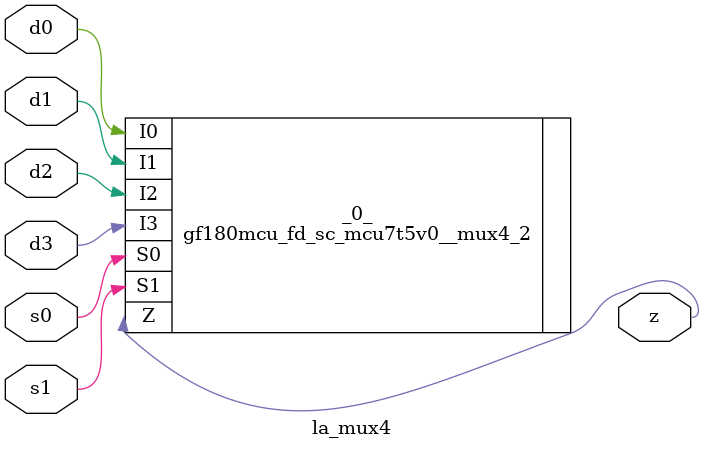
<source format=v>

/* Generated by Yosys 0.44 (git sha1 80ba43d26, g++ 11.4.0-1ubuntu1~22.04 -fPIC -O3) */

(* top =  1  *)
(* src = "inputs/la_mux4.v:10.1-24.10" *)
module la_mux4 (
    d0,
    d1,
    d2,
    d3,
    s0,
    s1,
    z
);
  (* src = "inputs/la_mux4.v:13.12-13.14" *)
  input d0;
  wire d0;
  (* src = "inputs/la_mux4.v:14.12-14.14" *)
  input d1;
  wire d1;
  (* src = "inputs/la_mux4.v:15.12-15.14" *)
  input d2;
  wire d2;
  (* src = "inputs/la_mux4.v:16.12-16.14" *)
  input d3;
  wire d3;
  (* src = "inputs/la_mux4.v:17.12-17.14" *)
  input s0;
  wire s0;
  (* src = "inputs/la_mux4.v:18.12-18.14" *)
  input s1;
  wire s1;
  (* src = "inputs/la_mux4.v:19.12-19.13" *)
  output z;
  wire z;
  gf180mcu_fd_sc_mcu7t5v0__mux4_2 _0_ (
      .I0(d0),
      .I1(d1),
      .I2(d2),
      .I3(d3),
      .S0(s0),
      .S1(s1),
      .Z (z)
  );
endmodule

</source>
